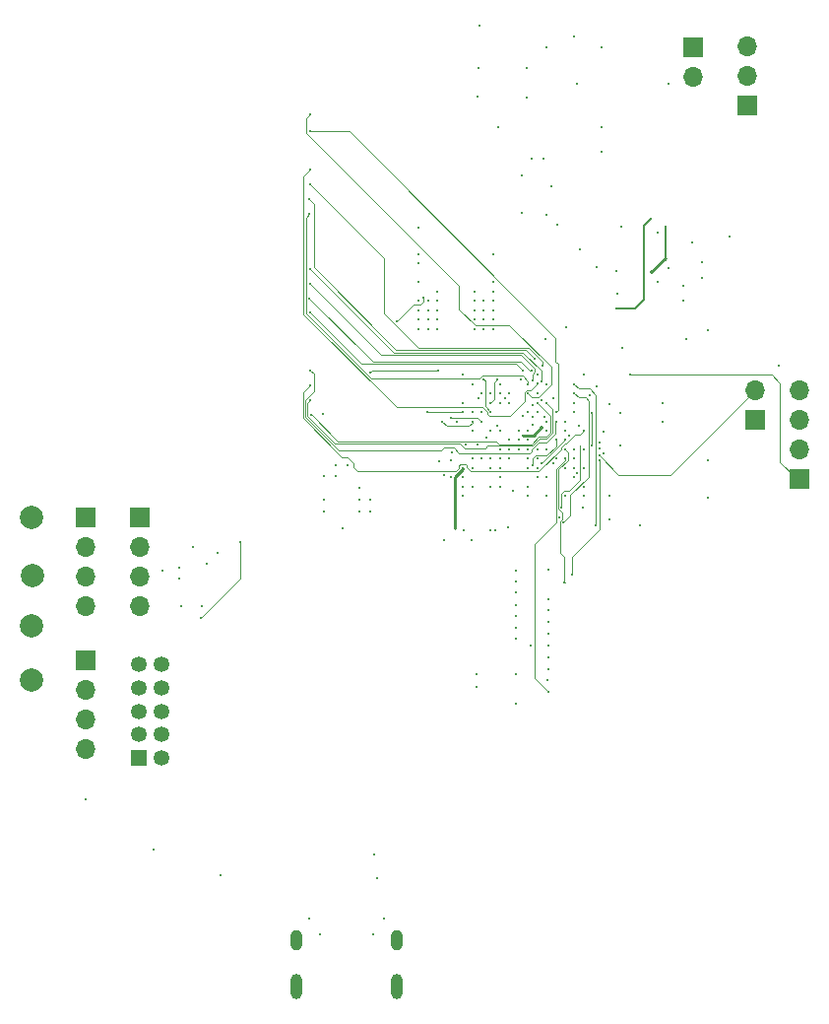
<source format=gbr>
%TF.GenerationSoftware,KiCad,Pcbnew,9.0.0*%
%TF.CreationDate,2025-05-05T21:38:29-04:00*%
%TF.ProjectId,payload_board,7061796c-6f61-4645-9f62-6f6172642e6b,rev?*%
%TF.SameCoordinates,Original*%
%TF.FileFunction,Copper,L3,Inr*%
%TF.FilePolarity,Positive*%
%FSLAX45Y45*%
G04 Gerber Fmt 4.5, Leading zero omitted, Abs format (unit mm)*
G04 Created by KiCad (PCBNEW 9.0.0) date 2025-05-05 21:38:29*
%MOMM*%
%LPD*%
G01*
G04 APERTURE LIST*
%TA.AperFunction,ComponentPad*%
%ADD10C,2.000000*%
%TD*%
%TA.AperFunction,ComponentPad*%
%ADD11R,1.700000X1.700000*%
%TD*%
%TA.AperFunction,ComponentPad*%
%ADD12O,1.700000X1.700000*%
%TD*%
%TA.AperFunction,ComponentPad*%
%ADD13O,1.000000X2.200000*%
%TD*%
%TA.AperFunction,ComponentPad*%
%ADD14O,1.000000X1.800000*%
%TD*%
%TA.AperFunction,ComponentPad*%
%ADD15R,1.350000X1.350000*%
%TD*%
%TA.AperFunction,ComponentPad*%
%ADD16C,1.350000*%
%TD*%
%TA.AperFunction,ViaPad*%
%ADD17C,0.300000*%
%TD*%
%TA.AperFunction,Conductor*%
%ADD18C,0.100000*%
%TD*%
%TA.AperFunction,Conductor*%
%ADD19C,0.250000*%
%TD*%
%TA.AperFunction,Conductor*%
%ADD20C,0.200000*%
%TD*%
G04 APERTURE END LIST*
D10*
%TO.N,GND*%
%TO.C,TP7*%
X15350000Y-10735000D03*
%TD*%
D11*
%TO.N,+3V3*%
%TO.C,J6*%
X15815000Y-9805000D03*
D12*
%TO.N,Net-(J6-Pin_2)*%
X15815000Y-10059000D03*
%TO.N,LPI2C3_SCL*%
X15815000Y-10313000D03*
%TO.N,LPI2C3_SDA*%
X15815000Y-10567000D03*
%TD*%
D11*
%TO.N,LPSPI4_PCSO*%
%TO.C,J11*%
X21955000Y-9472000D03*
D12*
%TO.N,LPSPI4_SDI*%
X21955000Y-9218000D03*
%TO.N,LPSPI4_SDO*%
X21955000Y-8964000D03*
%TO.N,LPSPI4_SCK*%
X21955000Y-8710000D03*
%TD*%
D11*
%TO.N,TEST_ANTENNAS*%
%TO.C,J9*%
X21502500Y-6270000D03*
D12*
%TO.N,FIRE_DEPLOY1_A*%
X21502500Y-6016000D03*
%TO.N,FIRE_DEPLOY1_B*%
X21502500Y-5762000D03*
%TD*%
D10*
%TO.N,VBUS*%
%TO.C,TP5*%
X15350000Y-9805000D03*
%TD*%
%TO.N,VBUSP*%
%TO.C,TP8*%
X15350000Y-11200000D03*
%TD*%
D11*
%TO.N,+3V3*%
%TO.C,J7*%
X16282500Y-9807500D03*
D12*
%TO.N,Net-(J7-Pin_2)*%
X16282500Y-10061500D03*
%TO.N,LPI2C4_SCL*%
X16282500Y-10315500D03*
%TO.N,LPI2C4_SDA*%
X16282500Y-10569500D03*
%TD*%
D13*
%TO.N,GND*%
%TO.C,J2*%
X17628000Y-13837500D03*
X18492000Y-13837500D03*
D14*
X17628000Y-13437500D03*
X18492000Y-13437500D03*
%TD*%
D11*
%TO.N,DEPLOY1*%
%TO.C,J4*%
X21042500Y-5765000D03*
D12*
%TO.N,READ_DEPLOY1*%
X21042500Y-6019000D03*
%TD*%
D15*
%TO.N,+3V3*%
%TO.C,J10*%
X16272500Y-11870000D03*
D16*
%TO.N,JTAG_MOD*%
X16472500Y-11870000D03*
%TO.N,GND*%
X16272500Y-11670000D03*
%TO.N,JTAG_TCK*%
X16472500Y-11670000D03*
%TO.N,GND*%
X16272500Y-11470000D03*
%TO.N,JTAG_TDO*%
X16472500Y-11470000D03*
%TO.N,JTAG_TMS*%
X16272500Y-11270000D03*
%TO.N,JTAG_TDI*%
X16472500Y-11270000D03*
%TO.N,GND*%
X16272500Y-11070000D03*
%TO.N,JTAG_TRSTB*%
X16472500Y-11070000D03*
%TD*%
D10*
%TO.N,+3V3*%
%TO.C,TP6*%
X15360000Y-10305000D03*
%TD*%
D11*
%TO.N,VBUS*%
%TO.C,J3*%
X15815000Y-11030000D03*
D12*
%TO.N,+3V3*%
X15815000Y-11284000D03*
%TO.N,DCDC_IN*%
X15815000Y-11538000D03*
%TO.N,GND*%
X15815000Y-11792000D03*
%TD*%
D11*
%TO.N,LPUART2_RX*%
%TO.C,J5*%
X21575000Y-8969000D03*
D12*
%TO.N,LPUART2_TX*%
X21575000Y-8715000D03*
%TD*%
D17*
%TO.N,GND*%
X19800000Y-10250000D03*
X19872500Y-7292500D03*
X20320000Y-9615000D03*
X19060000Y-9620000D03*
X18167500Y-9552500D03*
X19540000Y-9140000D03*
X19160000Y-8025000D03*
X21167500Y-9315000D03*
X19140000Y-8900000D03*
X19060000Y-8580000D03*
X19620000Y-9140000D03*
X18380000Y-13249200D03*
X19140000Y-9540000D03*
X16979000Y-12877800D03*
X19365000Y-6452500D03*
X19540000Y-9060000D03*
X19520000Y-11405000D03*
X19970000Y-9102400D03*
X20020000Y-9300000D03*
X20257500Y-6450000D03*
X19160000Y-8185000D03*
X17740000Y-13248000D03*
X20322500Y-9825000D03*
X19945000Y-8175000D03*
X20257500Y-6667500D03*
X19460000Y-9300000D03*
X21167500Y-9635000D03*
X18965000Y-9245000D03*
X19620000Y-9220000D03*
X19570000Y-7190000D03*
X19320000Y-8185000D03*
X19620000Y-9060000D03*
X20020000Y-8900000D03*
X21030000Y-7440000D03*
X19660000Y-9012500D03*
X18300000Y-12700000D03*
X19140000Y-9300000D03*
X20417500Y-8910000D03*
X20775000Y-8822500D03*
X17867500Y-9752500D03*
X20417500Y-9190000D03*
X20100000Y-9620000D03*
X18840000Y-7945000D03*
X20955000Y-7817500D03*
X19160000Y-7865000D03*
X20775000Y-8987500D03*
X19380000Y-9540000D03*
X19320000Y-7545000D03*
X19060000Y-9540000D03*
X17857500Y-8920000D03*
X19540000Y-9220000D03*
X19380000Y-8660000D03*
X19780000Y-8660000D03*
X20985000Y-8270000D03*
X19520000Y-10260000D03*
X20100000Y-8580000D03*
X19700000Y-9380000D03*
X18167500Y-9752500D03*
X18840000Y-8105000D03*
X18067500Y-9352500D03*
X19700000Y-9300000D03*
X19620000Y-9540000D03*
%TO.N,VDD_SOC*%
X19460000Y-9140000D03*
X18957500Y-9312500D03*
X19700000Y-9220000D03*
X19380000Y-9220000D03*
X19576500Y-8935000D03*
%TO.N,Net-(U1E-NVCC_PLL)*%
X19780000Y-9620000D03*
%TO.N,VBUS*%
X18320000Y-12900000D03*
X19135000Y-9997500D03*
X18288000Y-13385800D03*
X18895000Y-9997500D03*
X19495000Y-9580000D03*
X17830800Y-13385800D03*
%TO.N,PWDN*%
X20020000Y-8740000D03*
X19922500Y-9850000D03*
%TO.N,Net-(U1E-VDD_SNVS_CAP)*%
X19780000Y-9460000D03*
%TO.N,Net-(U1F-VDD_USB_CAP)*%
X19620000Y-9300000D03*
%TO.N,Net-(U1D-DCDC_PSWITCH)*%
X19190000Y-9182500D03*
X19220000Y-9300000D03*
%TO.N,LDO_EN*%
X19800000Y-11005000D03*
X20205000Y-9875000D03*
X20020000Y-8660000D03*
%TO.N,XRS*%
X19800000Y-11105000D03*
X20172500Y-8907500D03*
X20172500Y-9190000D03*
X20585000Y-9875000D03*
X20232500Y-9210000D03*
X20020000Y-8820000D03*
%TO.N,Net-(U1E-VDD_HIGH_CAP)*%
X19620000Y-9620000D03*
%TO.N,/Memory/DQS*%
X19562178Y-8618811D03*
%TO.N,WDT_WDI*%
X20215000Y-7652500D03*
X20215000Y-8680000D03*
%TO.N,+3V3*%
X20100000Y-9540000D03*
X19770000Y-8270000D03*
X19175000Y-11152500D03*
X19700000Y-8900000D03*
X18680000Y-8185000D03*
X18840000Y-7865000D03*
X19940000Y-9620000D03*
X19420000Y-8780000D03*
X19657500Y-8942500D03*
X19570000Y-6864500D03*
X18167500Y-9652500D03*
X17967500Y-9352500D03*
X19060000Y-9380000D03*
X19358500Y-9017500D03*
X19160000Y-7945000D03*
X18680000Y-7545000D03*
X18840000Y-8025000D03*
X17867500Y-9652500D03*
X18030000Y-9900000D03*
X19380000Y-9300000D03*
X19175000Y-11259500D03*
X18840000Y-8185000D03*
X19575000Y-9100000D03*
X19070000Y-9915000D03*
X19740000Y-9025000D03*
X19160000Y-8105000D03*
X18995000Y-9895000D03*
X19780000Y-8980000D03*
X18267500Y-9652500D03*
X19140000Y-9380000D03*
X18680000Y-7320000D03*
X19085000Y-9182500D03*
X19778750Y-9221250D03*
X19650000Y-6722500D03*
X19300000Y-9300000D03*
X19700000Y-9460000D03*
X19460000Y-9220000D03*
%TO.N,DCDC_IN*%
X15815000Y-12225000D03*
X16397500Y-12655000D03*
%TO.N,WDT_BIAS*%
X20420000Y-7305000D03*
X19777500Y-7210000D03*
%TO.N,USB_DP_1*%
X19620000Y-9380000D03*
X19450000Y-9890000D03*
%TO.N,DQ1*%
X18680000Y-8105000D03*
X18957600Y-8949900D03*
X19220000Y-8980000D03*
%TO.N,DQ13*%
X19198250Y-8780948D03*
X19240000Y-8105000D03*
%TO.N,DQ15*%
X19239976Y-8620024D03*
X19300000Y-8900000D03*
X19240000Y-8185000D03*
%TO.N,DQML*%
X18261929Y-8558071D03*
X18850000Y-8540000D03*
%TO.N,A10*%
X18490000Y-8120000D03*
X18680000Y-7625000D03*
X18720000Y-7915000D03*
X19140000Y-9060000D03*
%TO.N,DQ7*%
X19260026Y-9120100D03*
X19010000Y-8979900D03*
%TO.N,DQ0*%
X19220000Y-8900000D03*
X18760000Y-8185000D03*
%TO.N,DQ11*%
X19240000Y-8025000D03*
X19300000Y-8740000D03*
%TO.N,DQ10*%
X19380000Y-8820000D03*
X19320000Y-7945000D03*
%TO.N,DQ9*%
X19380000Y-8740000D03*
X19240000Y-7945000D03*
%TO.N,DQ6*%
X18760000Y-7945000D03*
%TO.N,DQMH*%
X19460000Y-8820000D03*
X19320000Y-7785000D03*
%TO.N,DQ12*%
X19355000Y-8620000D03*
X19300000Y-8820000D03*
X19320000Y-8025000D03*
%TO.N,DQ14*%
X19320000Y-8105000D03*
X19220000Y-8740000D03*
%TO.N,DQ3*%
X18680000Y-8025000D03*
X19300000Y-9060000D03*
%TO.N,DQ2*%
X18760000Y-8105000D03*
%TO.N,~{CS}*%
X19060000Y-8900000D03*
X18755000Y-8900000D03*
%TO.N,DQ8*%
X19460000Y-8740000D03*
X19320000Y-7865000D03*
%TO.N,DQ5*%
X19380000Y-9060000D03*
X18680000Y-7945000D03*
%TO.N,DQ4*%
X18880000Y-8980000D03*
X18760000Y-8025000D03*
X19140000Y-8980000D03*
%TO.N,CSI_DATA05*%
X19740000Y-9342500D03*
X19520000Y-10555000D03*
X19940000Y-9140000D03*
%TO.N,CSI_PIXCLK*%
X19940000Y-9380000D03*
X19520000Y-10355000D03*
%TO.N,LPI2C1_SCL*%
X19645000Y-10902500D03*
X19520000Y-11155000D03*
%TO.N,CSI_DATA08*%
X20090000Y-9719900D03*
X20020000Y-9460000D03*
X19520000Y-10850000D03*
%TO.N,CSI_VSYNC*%
X19935000Y-10362500D03*
X19940000Y-9220000D03*
X19800000Y-10505000D03*
%TO.N,CSI_DATA02*%
X19800000Y-10805000D03*
X20100000Y-9220000D03*
%TO.N,CSI_DATA03*%
X19520000Y-10450000D03*
X19940000Y-9060000D03*
%TO.N,CSI_DATA06*%
X19800000Y-10905000D03*
X20020000Y-9220000D03*
%TO.N,CSI_DATA09*%
X19520000Y-10755000D03*
X19910000Y-9719900D03*
%TO.N,LPI2C1_SDA*%
X19790000Y-11205000D03*
X19860000Y-9300000D03*
%TO.N,CSI_HSYNC*%
X20045000Y-9420000D03*
X19800000Y-10605000D03*
%TO.N,CSI_DATA07*%
X19800000Y-10705000D03*
X20020000Y-9380000D03*
X20000100Y-10295000D03*
X20235000Y-9317500D03*
%TO.N,CSI_MCLK*%
X19940000Y-9300000D03*
X19800000Y-11305000D03*
%TO.N,CSI_DATA04*%
X19860000Y-9140000D03*
X19520000Y-10655000D03*
X19660000Y-9360048D03*
%TO.N,LPUART2_TX*%
X20235000Y-9275000D03*
%TO.N,LPI2C4_SCL*%
X19840048Y-9340000D03*
X16625000Y-10237500D03*
X16480000Y-10262500D03*
X19296000Y-9913000D03*
%TO.N,LPI2C4_SDA*%
X19892500Y-9805000D03*
X20100000Y-9380000D03*
X19338913Y-9912729D03*
%TO.N,LPI2C3_SCL*%
X16955000Y-10109200D03*
X16860000Y-10200000D03*
%TO.N,LPI2C3_SDA*%
X17150000Y-10015000D03*
X16810000Y-10667000D03*
%TO.N,Net-(L1-Pad1)*%
X19060000Y-9460000D03*
X18957500Y-9460000D03*
%TO.N,FIRE_DEPLOY1_A*%
X19192457Y-5948468D03*
X20832766Y-6080100D03*
X20045000Y-6080000D03*
X19607500Y-6195000D03*
%TO.N,FIRE_DEPLOY1_B*%
X19607500Y-5947500D03*
X19190000Y-6190000D03*
%TO.N,VBUSP*%
X19205000Y-5582500D03*
X20012500Y-5672500D03*
%TO.N,JTAG_MOD*%
X20060000Y-9017500D03*
%TO.N,JTAG_TRSTB*%
X19780480Y-9057400D03*
%TO.N,GPIO_B0_04*%
X19620000Y-8740000D03*
X17747500Y-6340000D03*
%TO.N,GPIO_B0_05*%
X17742500Y-7200000D03*
X19620000Y-8660000D03*
%TO.N,GPIO_B0_06*%
X19681247Y-8446253D03*
X17742500Y-7073500D03*
%TO.N,GPIO_B0_07*%
X17745000Y-6945000D03*
X19700000Y-8580000D03*
X19745000Y-8505000D03*
%TO.N,GPIO_B0_08*%
X17744000Y-6820000D03*
X19700000Y-8657500D03*
%TO.N,GPIO_B0_09*%
X19577500Y-8545000D03*
X19700000Y-8740000D03*
X17749000Y-8045000D03*
%TO.N,GPIO_B0_10*%
X17755000Y-8921000D03*
X19700000Y-8820000D03*
%TO.N,GPIO_B0_11*%
X19650000Y-8542500D03*
X17741000Y-7923500D03*
%TO.N,GPIO_B0_12*%
X17745000Y-7796500D03*
X19660000Y-8630000D03*
%TO.N,GPIO_B0_13*%
X19780000Y-8820000D03*
X17751000Y-8794000D03*
%TO.N,GPIO_B0_14*%
X19740000Y-8640048D03*
X17747500Y-7669500D03*
X19740000Y-8800000D03*
%TO.N,GPIO_B0_15*%
X19860000Y-8900000D03*
X17745000Y-6490000D03*
%TO.N,GPIO_AD_B0_04*%
X19860000Y-8980000D03*
X17747500Y-8540000D03*
%TO.N,GPIO_AD_B0_05*%
X17750000Y-8667000D03*
X20100000Y-9060000D03*
%TO.N,/Watchdog/WDT-VP*%
X20800000Y-7305000D03*
X20680000Y-7700000D03*
%TO.N,ODQ7*%
X19380000Y-9380000D03*
X18860000Y-9320000D03*
%TO.N,ODQ6*%
X19380000Y-9460000D03*
X17867500Y-9452500D03*
%TO.N,JTAG_TMS*%
X20267600Y-9067532D03*
%TO.N,JTAG_TCK*%
X19940000Y-8980000D03*
%TO.N,ODQ1*%
X19300000Y-9540000D03*
X17967500Y-9452500D03*
%TO.N,A_OSCLK*%
X18897500Y-9440100D03*
X19300000Y-9380000D03*
%TO.N,JTAG_TDI*%
X20272500Y-9257500D03*
%TO.N,JTAG_TDO*%
X20235000Y-9165000D03*
%TO.N,Net-(U4D--)*%
X21170000Y-8195000D03*
X20733900Y-7781530D03*
X20735000Y-7360000D03*
X20955000Y-7945000D03*
%TO.N,Net-(J6-Pin_2)*%
X16621250Y-10331250D03*
X16812500Y-10567500D03*
%TO.N,Net-(J7-Pin_2)*%
X16738600Y-10058400D03*
X16637000Y-10566400D03*
%TO.N,Net-(JP1-A)*%
X20825000Y-7665000D03*
X21352500Y-7392500D03*
%TO.N,Net-(Q2A-G)*%
X19780000Y-5762500D03*
X20252500Y-5762500D03*
%TO.N,Net-(U3-ERR#)*%
X18267500Y-9752500D03*
%TO.N,Net-(U4B--)*%
X20675000Y-7240000D03*
X20380000Y-8010000D03*
%TO.N,Net-(U4A--)*%
X20385000Y-7880000D03*
X20067500Y-7500000D03*
%TO.N,Net-(U5-ILIM)*%
X19755000Y-6725000D03*
X19822500Y-6960000D03*
%TO.N,Net-(R56-Pad1)*%
X20382500Y-7690000D03*
X20430000Y-8345000D03*
%TO.N,Net-(U4C-+)*%
X21115000Y-7745000D03*
X21115000Y-7612500D03*
%TO.N,~{WE}*%
X19060000Y-8820000D03*
X18680000Y-7785000D03*
%TO.N,A9*%
X19140000Y-8660000D03*
%TO.N,LPSPI4_SDI*%
X19760000Y-8940000D03*
%TO.N,LPSPI4_SCK*%
X20155000Y-8755000D03*
X19840000Y-8780000D03*
X21780000Y-8500000D03*
%TO.N,LPSPI4_SDO*%
X20320000Y-8830000D03*
X19620000Y-8900000D03*
%TO.N,LPSPI4_PCSO*%
X19660000Y-8840000D03*
X20502500Y-8580000D03*
%TD*%
D18*
%TO.N,PWDN*%
X20142500Y-8802500D02*
X20142500Y-9455000D01*
X19983326Y-9614174D02*
X19983326Y-9789174D01*
X20142500Y-9455000D02*
X19983326Y-9614174D01*
X20055000Y-8775000D02*
X20115000Y-8775000D01*
X20115000Y-8775000D02*
X20142500Y-8802500D01*
X20020000Y-8740000D02*
X20055000Y-8775000D01*
X19983326Y-9789174D02*
X19922500Y-9850000D01*
%TO.N,LDO_EN*%
X20205000Y-9875000D02*
X20205000Y-8755000D01*
X20060000Y-8700000D02*
X20020000Y-8660000D01*
X20150000Y-8700000D02*
X20060000Y-8700000D01*
X20205000Y-8755000D02*
X20150000Y-8700000D01*
%TO.N,XRS*%
X20172500Y-9190000D02*
X20172500Y-8907500D01*
D19*
%TO.N,+3V3*%
X19060000Y-9389132D02*
X18995000Y-9454132D01*
X19060000Y-9380000D02*
X19060000Y-9389132D01*
X18995000Y-9454132D02*
X18995000Y-9895000D01*
X19665000Y-9100000D02*
X19740000Y-9025000D01*
X19575000Y-9100000D02*
X19665000Y-9100000D01*
D18*
%TO.N,DQ1*%
X19220000Y-8980000D02*
X19189900Y-8949900D01*
X19189900Y-8949900D02*
X18957600Y-8949900D01*
%TO.N,DQ15*%
X19239952Y-8620000D02*
X19239976Y-8620024D01*
X19250100Y-8630148D02*
X19250100Y-8850100D01*
X19239976Y-8620024D02*
X19250100Y-8630148D01*
X19250100Y-8850100D02*
X19300000Y-8900000D01*
%TO.N,DQML*%
X18280000Y-8540000D02*
X18850000Y-8540000D01*
X18261929Y-8558071D02*
X18280000Y-8540000D01*
%TO.N,A10*%
X18692468Y-7975100D02*
X18634900Y-7975100D01*
X18634900Y-7975100D02*
X18490000Y-8120000D01*
X18720000Y-7947568D02*
X18692468Y-7975100D01*
X18720000Y-7915000D02*
X18720000Y-7947568D01*
%TO.N,DQ12*%
X19330100Y-8644900D02*
X19355000Y-8620000D01*
X19300000Y-8820000D02*
X19330100Y-8789900D01*
X19330100Y-8789900D02*
X19330100Y-8644900D01*
%TO.N,~{CS}*%
X18755000Y-8900000D02*
X19060000Y-8900000D01*
%TO.N,DQ4*%
X19140000Y-8990000D02*
X19110000Y-9020000D01*
X18920000Y-9020000D02*
X18880000Y-8980000D01*
X19140000Y-8980000D02*
X19140000Y-8990000D01*
X19110000Y-9020000D02*
X18920000Y-9020000D01*
%TO.N,CSI_DATA05*%
X19740000Y-9340000D02*
X19940000Y-9140000D01*
X19740000Y-9342500D02*
X19740000Y-9340000D01*
%TO.N,CSI_VSYNC*%
X19917600Y-9762997D02*
X19884900Y-9730297D01*
X19938750Y-10366250D02*
X19935000Y-10362500D01*
X19935000Y-10362500D02*
X19935000Y-10145100D01*
X19884900Y-9390597D02*
X19965100Y-9310397D01*
X19935000Y-10145100D02*
X19897400Y-10107500D01*
X19965100Y-9310397D02*
X19965100Y-9245100D01*
X19884900Y-9730297D02*
X19884900Y-9390597D01*
X19897400Y-10107500D02*
X19897400Y-9839603D01*
X19965100Y-9245100D02*
X19940000Y-9220000D01*
X19917600Y-9819403D02*
X19917600Y-9762997D01*
X19897400Y-9839603D02*
X19917600Y-9819403D01*
%TO.N,CSI_DATA09*%
X19910000Y-9605000D02*
X19910000Y-9719900D01*
X20070000Y-9485000D02*
X19975000Y-9580000D01*
X19935000Y-9580000D02*
X19910000Y-9605000D01*
X20070100Y-9190100D02*
X20070100Y-9484900D01*
X19975000Y-9580000D02*
X19935000Y-9580000D01*
X20070100Y-9484900D02*
X20070000Y-9485000D01*
%TO.N,CSI_DATA07*%
X20000100Y-10144900D02*
X20235000Y-9910000D01*
X20000100Y-10295000D02*
X20000100Y-10144900D01*
X20235000Y-9910000D02*
X20235000Y-9317500D01*
%TO.N,CSI_MCLK*%
X19862500Y-9847500D02*
X19680000Y-10030000D01*
X19940000Y-9300000D02*
X19940000Y-9310000D01*
X19940000Y-9310000D02*
X19862500Y-9387500D01*
X19680000Y-10030000D02*
X19680000Y-11185000D01*
X19862500Y-9387500D02*
X19862500Y-9847500D01*
X19680000Y-11185000D02*
X19800000Y-11305000D01*
%TO.N,CSI_DATA04*%
X19687532Y-9269900D02*
X19662500Y-9294932D01*
X19860000Y-9140000D02*
X19860000Y-9191574D01*
X19860000Y-9191574D02*
X19781674Y-9269900D01*
X19781674Y-9269900D02*
X19687532Y-9269900D01*
X19660000Y-9360048D02*
X19660000Y-9297432D01*
X19660000Y-9297432D02*
X19662500Y-9294932D01*
%TO.N,LPUART2_TX*%
X20400000Y-9440000D02*
X20235000Y-9275000D01*
X20850000Y-9440000D02*
X20400000Y-9440000D01*
X21575000Y-8715000D02*
X20850000Y-9440000D01*
%TO.N,LPI2C3_SDA*%
X17150000Y-10015000D02*
X17150000Y-10327000D01*
X17150000Y-10327000D02*
X16810000Y-10667000D01*
%TO.N,GPIO_B0_04*%
X17714900Y-6372600D02*
X17714900Y-6502468D01*
X19167332Y-8154900D02*
X19460888Y-8154900D01*
X19712500Y-8772500D02*
X19820000Y-8665000D01*
X17747500Y-6340000D02*
X17714900Y-6372600D01*
X19620000Y-8740000D02*
X19652500Y-8772500D01*
X19652500Y-8772500D02*
X19712500Y-8772500D01*
X19820000Y-8514012D02*
X19820000Y-8650000D01*
X19820000Y-8665000D02*
X19820000Y-8650000D01*
X17714900Y-6502468D02*
X19027532Y-7815100D01*
X19027532Y-8015100D02*
X19167332Y-8154900D01*
X19027532Y-7815100D02*
X19027532Y-8015100D01*
X19460888Y-8154900D02*
X19820000Y-8514012D01*
%TO.N,GPIO_B0_05*%
X17742500Y-7200000D02*
X17710900Y-7231600D01*
X19574646Y-8588711D02*
X19620000Y-8634065D01*
X19227485Y-8589900D02*
X19530377Y-8589900D01*
X17710900Y-7231600D02*
X17710900Y-8049468D01*
X19620000Y-8634065D02*
X19620000Y-8660000D01*
X17710900Y-8049468D02*
X18271532Y-8610100D01*
X19530377Y-8589900D02*
X19531566Y-8588711D01*
X19207284Y-8610100D02*
X19227485Y-8589900D01*
X18271532Y-8610100D02*
X19207284Y-8610100D01*
X19531566Y-8588711D02*
X19574646Y-8588711D01*
%TO.N,GPIO_B0_06*%
X17777600Y-7657032D02*
X18487868Y-8367300D01*
X17777600Y-7108600D02*
X17777600Y-7657032D01*
X19602294Y-8367300D02*
X19681247Y-8446253D01*
X18487868Y-8367300D02*
X19602294Y-8367300D01*
X17742500Y-7073500D02*
X17777600Y-7108600D01*
%TO.N,GPIO_B0_07*%
X18380000Y-7580000D02*
X18380000Y-8052568D01*
X19624762Y-8347200D02*
X19745000Y-8467438D01*
X17745000Y-6945000D02*
X18380000Y-7580000D01*
X18674632Y-8347200D02*
X19624762Y-8347200D01*
X18380000Y-8052568D02*
X18674632Y-8347200D01*
X19745000Y-8467438D02*
X19745000Y-8505000D01*
%TO.N,GPIO_B0_08*%
X19269900Y-8898326D02*
X19269900Y-8912468D01*
X19607532Y-8709900D02*
X19608800Y-8709900D01*
X19589900Y-8807300D02*
X19589900Y-8727532D01*
X17690800Y-6873200D02*
X17690800Y-8057794D01*
X17690800Y-8057794D02*
X18491432Y-8858426D01*
X18491432Y-8858426D02*
X19230000Y-8858426D01*
X19607532Y-8709900D02*
X19607632Y-8710000D01*
X19287532Y-8930100D02*
X19467100Y-8930100D01*
X19647500Y-8710000D02*
X19700000Y-8657500D01*
X19589900Y-8727532D02*
X19607532Y-8709900D01*
X19607632Y-8710000D02*
X19647500Y-8710000D01*
X19467100Y-8930100D02*
X19589900Y-8807300D01*
X19269900Y-8912468D02*
X19287532Y-8930100D01*
X17744000Y-6820000D02*
X17690800Y-6873200D01*
X19230000Y-8858426D02*
X19269900Y-8898326D01*
%TO.N,GPIO_B0_09*%
X18191500Y-8487500D02*
X19520000Y-8487500D01*
X17749000Y-8045000D02*
X18191500Y-8487500D01*
X19520000Y-8487500D02*
X19577500Y-8545000D01*
%TO.N,GPIO_B0_10*%
X19737500Y-8857500D02*
X19700000Y-8820000D01*
X19778745Y-9109900D02*
X19814900Y-9073745D01*
X19715000Y-9109900D02*
X19778745Y-9109900D01*
X19814900Y-9073745D02*
X19814900Y-8940000D01*
X19812500Y-8930000D02*
X19808750Y-8926250D01*
X19740000Y-8857500D02*
X19737500Y-8857500D01*
X19350000Y-9150200D02*
X19374800Y-9175000D01*
X19808750Y-8926250D02*
X19740000Y-8857500D01*
X19649900Y-9175000D02*
X19715000Y-9109900D01*
X17752500Y-8920000D02*
X17982700Y-9150200D01*
X19814900Y-8932400D02*
X19808750Y-8926250D01*
X17982700Y-9150200D02*
X19350000Y-9150200D01*
X19374800Y-9175000D02*
X19649900Y-9175000D01*
X19814900Y-8940000D02*
X19814900Y-8932400D01*
%TO.N,GPIO_B0_11*%
X17741000Y-7923500D02*
X18285000Y-8467500D01*
X19601676Y-8511676D02*
X19632500Y-8542500D01*
X19522500Y-8467500D02*
X19557500Y-8467500D01*
X19557500Y-8467500D02*
X19601676Y-8511676D01*
X19632500Y-8542500D02*
X19650000Y-8542500D01*
X18285000Y-8467500D02*
X19522500Y-8467500D01*
%TO.N,GPIO_B0_12*%
X19557500Y-8407500D02*
X19680000Y-8530000D01*
X18356000Y-8407500D02*
X19557500Y-8407500D01*
X19660000Y-8630000D02*
X19660000Y-8575068D01*
X19680000Y-8530000D02*
X19680000Y-8555068D01*
X17745000Y-7796500D02*
X18356000Y-8407500D01*
X19680000Y-8555068D02*
X19660000Y-8575068D01*
%TO.N,GPIO_B0_13*%
X19072532Y-9212600D02*
X19030232Y-9170300D01*
X19658784Y-9191216D02*
X19273884Y-9191216D01*
X19830000Y-9080000D02*
X19780000Y-9130000D01*
X19830000Y-8870000D02*
X19830000Y-9080000D01*
X19780000Y-9130000D02*
X19720000Y-9130000D01*
X19720000Y-9130000D02*
X19658784Y-9191216D01*
X19780000Y-8820000D02*
X19830000Y-8870000D01*
X19252500Y-9212600D02*
X19072532Y-9212600D01*
X17724900Y-8820100D02*
X17751000Y-8794000D01*
X19030232Y-9170300D02*
X17961732Y-9170300D01*
X17724900Y-8933468D02*
X17724900Y-8820100D01*
X17961732Y-9170300D02*
X17724900Y-8933468D01*
X19273884Y-9191216D02*
X19252500Y-9212600D01*
%TO.N,GPIO_B0_14*%
X19740000Y-8640048D02*
X19740000Y-8547433D01*
X19579968Y-8387400D02*
X19740000Y-8547432D01*
X19740000Y-8547433D02*
X19740000Y-8547432D01*
X18465400Y-8387400D02*
X19579968Y-8387400D01*
X17747500Y-7669500D02*
X18465400Y-8387400D01*
%TO.N,GPIO_B0_15*%
X19857500Y-8262500D02*
X18085000Y-6490000D01*
X18085000Y-6490000D02*
X17745000Y-6490000D01*
X19879700Y-8880300D02*
X19879700Y-8487200D01*
X19857500Y-8465000D02*
X19857500Y-8262500D01*
X19860000Y-8900000D02*
X19879700Y-8880300D01*
X19879700Y-8487200D02*
X19857500Y-8465000D01*
%TO.N,GPIO_AD_B0_04*%
X19860000Y-8980000D02*
X19860000Y-8977500D01*
X19780000Y-9165000D02*
X19857500Y-9087500D01*
X17704800Y-8797632D02*
X17704800Y-8941794D01*
X19857500Y-8982500D02*
X19860000Y-8980000D01*
X19707500Y-9165000D02*
X19780000Y-9165000D01*
X19635000Y-9252500D02*
X19650000Y-9237500D01*
X17780100Y-8572600D02*
X17747500Y-8540000D01*
X19325000Y-9252500D02*
X19027500Y-9252500D01*
X18982500Y-9207500D02*
X18895000Y-9207500D01*
X18875000Y-9227500D02*
X17990506Y-9227500D01*
X18895000Y-9207500D02*
X18875000Y-9227500D01*
X19027500Y-9252500D02*
X18982500Y-9207500D01*
X17704800Y-8941794D02*
X17955507Y-9192500D01*
X19650000Y-9222500D02*
X19707500Y-9165000D01*
X17704800Y-8797632D02*
X17780100Y-8722332D01*
X19857500Y-9087500D02*
X19857500Y-8982500D01*
X17780100Y-8722332D02*
X17780100Y-8572600D01*
X19325000Y-9252500D02*
X19635000Y-9252500D01*
X17990506Y-9227500D02*
X17956503Y-9193497D01*
X19650000Y-9237500D02*
X19650000Y-9222500D01*
%TO.N,GPIO_AD_B0_05*%
X19000000Y-9410100D02*
X18173107Y-9410100D01*
X19085000Y-9345000D02*
X19040000Y-9345000D01*
X19127532Y-9410100D02*
X19095000Y-9377568D01*
X18022081Y-9287500D02*
X17684700Y-8950119D01*
X19095000Y-9355000D02*
X19085000Y-9345000D01*
X19952468Y-9170100D02*
X20027568Y-9095000D01*
X20027568Y-9095000D02*
X20065000Y-9095000D01*
X19040000Y-9345000D02*
X19025000Y-9360000D01*
X19952468Y-9170100D02*
X19938326Y-9170100D01*
X18120000Y-9337500D02*
X18070000Y-9287500D01*
X17684700Y-8732300D02*
X17750000Y-8667000D01*
X19714968Y-9409535D02*
X19714968Y-9410100D01*
X19903326Y-9221742D02*
X19902761Y-9221742D01*
X19714968Y-9410100D02*
X19127532Y-9410100D01*
X18173007Y-9410000D02*
X18152500Y-9410000D01*
X20065000Y-9095000D02*
X20100000Y-9060000D01*
X17684700Y-8950119D02*
X17684700Y-8732300D01*
X19938326Y-9170100D02*
X19903326Y-9205100D01*
X19903326Y-9205100D02*
X19903326Y-9221742D01*
X18173107Y-9410100D02*
X18173007Y-9410000D01*
X19025000Y-9360000D02*
X19025000Y-9385100D01*
X18070000Y-9287500D02*
X18022081Y-9287500D01*
X19025000Y-9385100D02*
X19000000Y-9410100D01*
X18152500Y-9410000D02*
X18120000Y-9377500D01*
X18120000Y-9377500D02*
X18120000Y-9337500D01*
X19902761Y-9221742D02*
X19714968Y-9409535D01*
X19095000Y-9377568D02*
X19095000Y-9355000D01*
D20*
%TO.N,/Watchdog/WDT-VP*%
X20800000Y-7580000D02*
X20800000Y-7305000D01*
D19*
X20680000Y-7700000D02*
X20800000Y-7580000D01*
D20*
%TO.N,Net-(U4B--)*%
X20545000Y-8010000D02*
X20380000Y-8010000D01*
X20675000Y-7240000D02*
X20620000Y-7295000D01*
X20620000Y-7935000D02*
X20545000Y-8010000D01*
X20620000Y-7295000D02*
X20620000Y-7935000D01*
D18*
%TO.N,LPSPI4_PCSO*%
X21790000Y-9330000D02*
X21920000Y-9460000D01*
X20530000Y-8580000D02*
X20502500Y-8580000D01*
X21720000Y-8580000D02*
X21790000Y-8650000D01*
X20530000Y-8580000D02*
X21720000Y-8580000D01*
X21790000Y-8650000D02*
X21790000Y-9330000D01*
%TD*%
M02*

</source>
